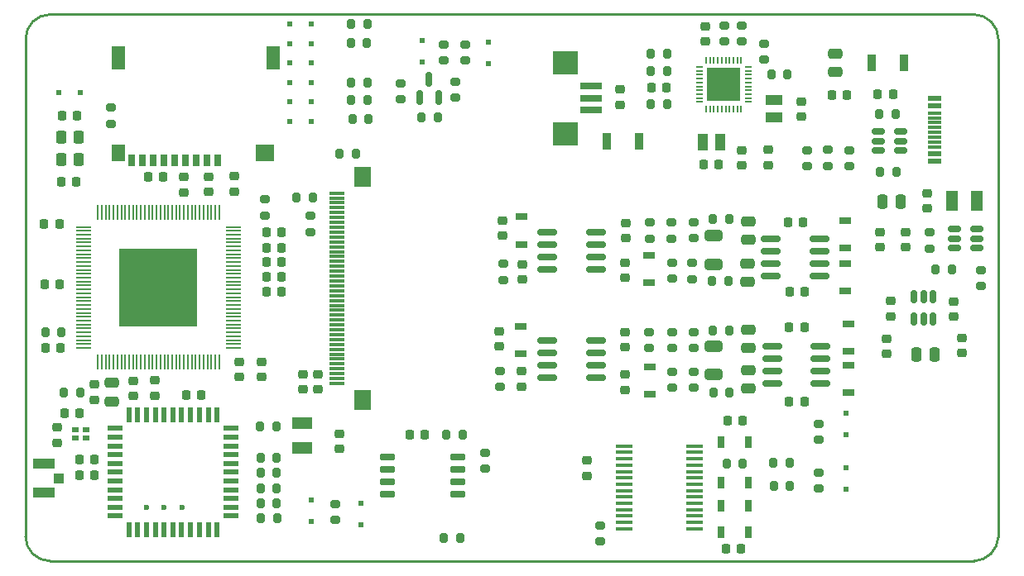
<source format=gbr>
%TF.GenerationSoftware,KiCad,Pcbnew,(6.0.4)*%
%TF.CreationDate,2023-04-20T20:53:16+03:00*%
%TF.ProjectId,mp3_test_board,6d70335f-7465-4737-945f-626f6172642e,rev?*%
%TF.SameCoordinates,Original*%
%TF.FileFunction,Paste,Bot*%
%TF.FilePolarity,Positive*%
%FSLAX46Y46*%
G04 Gerber Fmt 4.6, Leading zero omitted, Abs format (unit mm)*
G04 Created by KiCad (PCBNEW (6.0.4)) date 2023-04-20 20:53:16*
%MOMM*%
%LPD*%
G01*
G04 APERTURE LIST*
G04 Aperture macros list*
%AMRoundRect*
0 Rectangle with rounded corners*
0 $1 Rounding radius*
0 $2 $3 $4 $5 $6 $7 $8 $9 X,Y pos of 4 corners*
0 Add a 4 corners polygon primitive as box body*
4,1,4,$2,$3,$4,$5,$6,$7,$8,$9,$2,$3,0*
0 Add four circle primitives for the rounded corners*
1,1,$1+$1,$2,$3*
1,1,$1+$1,$4,$5*
1,1,$1+$1,$6,$7*
1,1,$1+$1,$8,$9*
0 Add four rect primitives between the rounded corners*
20,1,$1+$1,$2,$3,$4,$5,0*
20,1,$1+$1,$4,$5,$6,$7,0*
20,1,$1+$1,$6,$7,$8,$9,0*
20,1,$1+$1,$8,$9,$2,$3,0*%
G04 Aperture macros list end*
%TA.AperFunction,Profile*%
%ADD10C,0.250000*%
%TD*%
%ADD11R,1.500000X0.300000*%
%ADD12R,1.700000X2.000000*%
%ADD13RoundRect,0.225000X0.250000X-0.225000X0.250000X0.225000X-0.250000X0.225000X-0.250000X-0.225000X0*%
%ADD14RoundRect,0.200000X-0.200000X-0.275000X0.200000X-0.275000X0.200000X0.275000X-0.200000X0.275000X0*%
%ADD15RoundRect,0.225000X-0.225000X-0.250000X0.225000X-0.250000X0.225000X0.250000X-0.225000X0.250000X0*%
%ADD16RoundRect,0.200000X0.275000X-0.200000X0.275000X0.200000X-0.275000X0.200000X-0.275000X-0.200000X0*%
%ADD17R,1.770000X1.100000*%
%ADD18R,0.500000X0.500000*%
%ADD19RoundRect,0.225000X0.225000X0.250000X-0.225000X0.250000X-0.225000X-0.250000X0.225000X-0.250000X0*%
%ADD20RoundRect,0.200000X0.200000X0.275000X-0.200000X0.275000X-0.200000X-0.275000X0.200000X-0.275000X0*%
%ADD21RoundRect,0.250000X0.650000X-0.325000X0.650000X0.325000X-0.650000X0.325000X-0.650000X-0.325000X0*%
%ADD22RoundRect,0.250000X0.250000X0.475000X-0.250000X0.475000X-0.250000X-0.475000X0.250000X-0.475000X0*%
%ADD23R,1.200000X0.800000*%
%ADD24RoundRect,0.250000X0.475000X-0.250000X0.475000X0.250000X-0.475000X0.250000X-0.475000X-0.250000X0*%
%ADD25RoundRect,0.200000X-0.275000X0.200000X-0.275000X-0.200000X0.275000X-0.200000X0.275000X0.200000X0*%
%ADD26R,0.800000X1.200000*%
%ADD27R,2.200000X1.050000*%
%ADD28R,1.050000X1.000000*%
%ADD29RoundRect,0.225000X-0.250000X0.225000X-0.250000X-0.225000X0.250000X-0.225000X0.250000X0.225000X0*%
%ADD30RoundRect,0.150000X-0.512500X-0.150000X0.512500X-0.150000X0.512500X0.150000X-0.512500X0.150000X0*%
%ADD31RoundRect,0.150000X0.650000X0.150000X-0.650000X0.150000X-0.650000X-0.150000X0.650000X-0.150000X0*%
%ADD32RoundRect,0.150000X-0.825000X-0.150000X0.825000X-0.150000X0.825000X0.150000X-0.825000X0.150000X0*%
%ADD33R,0.730000X0.600000*%
%ADD34R,2.000000X1.250000*%
%ADD35R,0.820000X1.820000*%
%ADD36R,8.000000X8.000000*%
%ADD37RoundRect,0.062500X-0.675000X0.062500X-0.675000X-0.062500X0.675000X-0.062500X0.675000X0.062500X0*%
%ADD38RoundRect,0.062500X-0.062500X0.675000X-0.062500X-0.675000X0.062500X-0.675000X0.062500X0.675000X0*%
%ADD39R,1.450000X0.600000*%
%ADD40R,1.450000X0.300000*%
%ADD41RoundRect,0.150000X0.150000X-0.512500X0.150000X0.512500X-0.150000X0.512500X-0.150000X-0.512500X0*%
%ADD42RoundRect,0.150000X0.150000X-0.587500X0.150000X0.587500X-0.150000X0.587500X-0.150000X-0.587500X0*%
%ADD43R,2.500000X2.350000*%
%ADD44R,2.200000X0.800000*%
%ADD45C,0.600000*%
%ADD46R,0.600000X1.500000*%
%ADD47R,1.500000X0.600000*%
%ADD48RoundRect,0.275000X-0.275000X0.375000X-0.275000X-0.375000X0.275000X-0.375000X0.275000X0.375000X0*%
%ADD49R,0.700000X1.300000*%
%ADD50R,1.447800X2.438400*%
%ADD51R,1.854200X1.651000*%
%ADD52R,1.447800X1.651000*%
%ADD53O,0.200000X0.800000*%
%ADD54O,0.800000X0.200000*%
%ADD55R,3.400000X3.400000*%
%ADD56R,1.750000X0.450000*%
%ADD57RoundRect,0.150000X0.512500X0.150000X-0.512500X0.150000X-0.512500X-0.150000X0.512500X-0.150000X0*%
%ADD58R,1.250000X2.000000*%
%ADD59R,1.100000X1.770000*%
G04 APERTURE END LIST*
D10*
X173467769Y-99232295D02*
G75*
G03*
X175960000Y-96750000I-93569J2586195D01*
G01*
X175960001Y-45750000D02*
G75*
G03*
X173467767Y-43232233I-2528101J-10100D01*
G01*
X78967767Y-43232167D02*
G75*
G03*
X76467767Y-45732233I33J-2500033D01*
G01*
X76467767Y-45732233D02*
X76467767Y-96732233D01*
X78967767Y-99232233D02*
X173467767Y-99232233D01*
X175960000Y-96750000D02*
X175960000Y-45750000D01*
X173467767Y-43232233D02*
X78967767Y-43232233D01*
X76467767Y-96732233D02*
G75*
G03*
X78967767Y-99232233I2500033J33D01*
G01*
D11*
%TO.C,P1*%
X108305936Y-81036943D03*
X108305936Y-80536943D03*
X108305936Y-80036943D03*
X108305936Y-79536943D03*
X108305936Y-79036943D03*
X108305936Y-78536943D03*
X108305936Y-78036943D03*
X108305936Y-77536943D03*
X108305936Y-77036943D03*
X108305936Y-76536943D03*
X108305936Y-76036943D03*
X108305936Y-75536943D03*
X108305936Y-75036943D03*
X108305936Y-74536943D03*
X108305936Y-74036943D03*
X108305936Y-73536943D03*
X108305936Y-73036943D03*
X108305936Y-72536943D03*
X108305936Y-72036943D03*
X108305936Y-71536943D03*
X108305936Y-71036943D03*
X108305936Y-70536943D03*
X108305936Y-70036943D03*
X108305936Y-69536943D03*
X108305936Y-69036943D03*
X108305936Y-68536943D03*
X108305936Y-68036943D03*
X108305936Y-67536943D03*
X108305936Y-67036943D03*
X108305936Y-66536943D03*
X108305936Y-66036943D03*
X108305936Y-65536943D03*
X108305936Y-65036943D03*
X108305936Y-64536943D03*
X108305936Y-64036943D03*
X108305936Y-63536943D03*
X108305936Y-63036943D03*
X108305936Y-62536943D03*
X108305936Y-62036943D03*
X108305936Y-61536943D03*
D12*
X110905936Y-59836943D03*
X110905936Y-82736943D03*
%TD*%
D13*
%TO.C,C18*%
X98321747Y-78798555D03*
X98321747Y-80348555D03*
%TD*%
D14*
%TO.C,R38*%
X148335000Y-70510000D03*
X146685000Y-70510000D03*
%TD*%
D15*
%TO.C,C35*%
X156157700Y-71653938D03*
X154607700Y-71653938D03*
%TD*%
D16*
%TO.C,R13*%
X160722700Y-57138938D03*
X160722700Y-58788938D03*
%TD*%
D17*
%TO.C,L2*%
X152985000Y-51995000D03*
X152985000Y-53765000D03*
%TD*%
D18*
%TO.C,D6*%
X103450000Y-52200000D03*
X105650000Y-52200000D03*
%TD*%
D15*
%TO.C,C14*%
X102645000Y-70120000D03*
X101095000Y-70120000D03*
%TD*%
%TO.C,C12*%
X102645000Y-67120000D03*
X101095000Y-67120000D03*
%TD*%
D19*
%TO.C,C17*%
X78415000Y-70850000D03*
X79965000Y-70850000D03*
%TD*%
D20*
%TO.C,R62*%
X100476747Y-88653555D03*
X102126747Y-88653555D03*
%TD*%
D14*
%TO.C,R37*%
X148425000Y-64190000D03*
X146775000Y-64190000D03*
%TD*%
D21*
%TO.C,C48*%
X146820000Y-77195000D03*
X146820000Y-80145000D03*
%TD*%
D20*
%TO.C,R20*%
X163775000Y-53400000D03*
X165425000Y-53400000D03*
%TD*%
D22*
%TO.C,FB3*%
X164102700Y-62383938D03*
X166002700Y-62383938D03*
%TD*%
D18*
%TO.C,D9*%
X160350000Y-91900000D03*
X160350000Y-89700000D03*
%TD*%
D23*
%TO.C,C54*%
X160300000Y-64375000D03*
X160300000Y-67175000D03*
%TD*%
D16*
%TO.C,R33*%
X144790000Y-64525000D03*
X144790000Y-66175000D03*
%TD*%
D24*
%TO.C,C52*%
X150400000Y-79650000D03*
X150400000Y-81550000D03*
%TD*%
D25*
%TO.C,R12*%
X158532700Y-58758938D03*
X158532700Y-57108938D03*
%TD*%
D26*
%TO.C,C31*%
X150407700Y-91178938D03*
X147607700Y-91178938D03*
%TD*%
D20*
%TO.C,R56*%
X109705000Y-46150000D03*
X111355000Y-46150000D03*
%TD*%
%TO.C,R43*%
X140435000Y-49050000D03*
X142085000Y-49050000D03*
%TD*%
D15*
%TO.C,C13*%
X102645000Y-68620000D03*
X101095000Y-68620000D03*
%TD*%
D13*
%TO.C,C20*%
X137782700Y-80128938D03*
X137782700Y-81678938D03*
%TD*%
D27*
%TO.C,RF1*%
X78321747Y-89263555D03*
X78321747Y-92203555D03*
D28*
X79841747Y-90733555D03*
%TD*%
D19*
%TO.C,C56*%
X81986747Y-88833555D03*
X83536747Y-88833555D03*
%TD*%
D16*
%TO.C,R30*%
X142600000Y-79850000D03*
X142600000Y-81500000D03*
%TD*%
D23*
%TO.C,C29*%
X140200000Y-70675000D03*
X140200000Y-67875000D03*
%TD*%
%TO.C,C53*%
X160300000Y-68775000D03*
X160300000Y-71575000D03*
%TD*%
D20*
%TO.C,R45*%
X140435000Y-47250000D03*
X142085000Y-47250000D03*
%TD*%
D16*
%TO.C,R23*%
X135230400Y-95587876D03*
X135230400Y-97237876D03*
%TD*%
%TO.C,R36*%
X144800000Y-79850000D03*
X144800000Y-81500000D03*
%TD*%
%TO.C,R21*%
X123471747Y-88113555D03*
X123471747Y-89763555D03*
%TD*%
D29*
%TO.C,C2*%
X104821747Y-81648555D03*
X104821747Y-80098555D03*
%TD*%
D24*
%TO.C,C49*%
X150420000Y-64410000D03*
X150420000Y-66310000D03*
%TD*%
D13*
%TO.C,C4*%
X92652700Y-59908938D03*
X92652700Y-61458938D03*
%TD*%
D30*
%TO.C,U2*%
X165937500Y-57150000D03*
X165937500Y-56200000D03*
X165937500Y-55250000D03*
X163662500Y-55250000D03*
X163662500Y-56200000D03*
X163662500Y-57150000D03*
%TD*%
D29*
%TO.C,C19*%
X89681747Y-82278555D03*
X89681747Y-80728555D03*
%TD*%
D21*
%TO.C,C47*%
X146795000Y-65900000D03*
X146795000Y-68850000D03*
%TD*%
D18*
%TO.C,D4*%
X103450000Y-48200000D03*
X105650000Y-48200000D03*
%TD*%
D16*
%TO.C,R3*%
X105590000Y-63875000D03*
X105590000Y-65525000D03*
%TD*%
D31*
%TO.C,U3*%
X113501747Y-88563555D03*
X113501747Y-89833555D03*
X113501747Y-91103555D03*
X113501747Y-92373555D03*
X120701747Y-92373555D03*
X120701747Y-91103555D03*
X120701747Y-89833555D03*
X120701747Y-88563555D03*
%TD*%
D32*
%TO.C,U8*%
X152825000Y-81005000D03*
X152825000Y-79735000D03*
X152825000Y-78465000D03*
X152825000Y-77195000D03*
X157775000Y-77195000D03*
X157775000Y-78465000D03*
X157775000Y-79735000D03*
X157775000Y-81005000D03*
%TD*%
D13*
%TO.C,C61*%
X137300000Y-50925000D03*
X137300000Y-52475000D03*
%TD*%
D19*
%TO.C,C59*%
X81956747Y-90403555D03*
X83506747Y-90403555D03*
%TD*%
D23*
%TO.C,C30*%
X127200000Y-63975000D03*
X127200000Y-66775000D03*
%TD*%
D20*
%TO.C,R58*%
X100516747Y-91763555D03*
X102166747Y-91763555D03*
%TD*%
D18*
%TO.C,D2*%
X103450000Y-44200000D03*
X105650000Y-44200000D03*
%TD*%
D13*
%TO.C,C70*%
X164952700Y-72588938D03*
X164952700Y-74138938D03*
%TD*%
D29*
%TO.C,C68*%
X152405000Y-58645000D03*
X152405000Y-57095000D03*
%TD*%
D20*
%TO.C,R2*%
X116957500Y-53800000D03*
X118607500Y-53800000D03*
%TD*%
D33*
%TO.C,Y2*%
X81581747Y-86593555D03*
X82681747Y-86593555D03*
X82681747Y-85793555D03*
X81581747Y-85793555D03*
%TD*%
D16*
%TO.C,R11*%
X156422700Y-57118938D03*
X156422700Y-58768938D03*
%TD*%
D34*
%TO.C,L1*%
X104711747Y-87658555D03*
X104711747Y-85108555D03*
%TD*%
D16*
%TO.C,R34*%
X144625000Y-68715000D03*
X144625000Y-70365000D03*
%TD*%
D22*
%TO.C,FB2*%
X167532700Y-78073938D03*
X169432700Y-78073938D03*
%TD*%
D29*
%TO.C,C34*%
X124932700Y-77228938D03*
X124932700Y-75678938D03*
%TD*%
D15*
%TO.C,C6*%
X81735000Y-53610000D03*
X80185000Y-53610000D03*
%TD*%
D25*
%TO.C,R7*%
X108161747Y-95033555D03*
X108161747Y-93383555D03*
%TD*%
D16*
%TO.C,R22*%
X85200000Y-52775000D03*
X85200000Y-54425000D03*
%TD*%
D15*
%TO.C,C15*%
X102645000Y-71620000D03*
X101095000Y-71620000D03*
%TD*%
D20*
%TO.C,R17*%
X119496747Y-86278555D03*
X121146747Y-86278555D03*
%TD*%
D15*
%TO.C,C55*%
X156107700Y-75253938D03*
X154557700Y-75253938D03*
%TD*%
D20*
%TO.C,R9*%
X152987700Y-91533938D03*
X154637700Y-91533938D03*
%TD*%
%TO.C,R60*%
X100516747Y-90203555D03*
X102166747Y-90203555D03*
%TD*%
D23*
%TO.C,C58*%
X160600000Y-74900000D03*
X160600000Y-77700000D03*
%TD*%
D19*
%TO.C,C10*%
X78355000Y-64730000D03*
X79905000Y-64730000D03*
%TD*%
D16*
%TO.C,R4*%
X120432500Y-50095000D03*
X120432500Y-51745000D03*
%TD*%
D20*
%TO.C,R15*%
X109775000Y-52000000D03*
X111425000Y-52000000D03*
%TD*%
D24*
%TO.C,C51*%
X150400000Y-75525000D03*
X150400000Y-77425000D03*
%TD*%
D15*
%TO.C,C77*%
X82018382Y-84044456D03*
X80468382Y-84044456D03*
%TD*%
D16*
%TO.C,R32*%
X142600000Y-68650000D03*
X142600000Y-70300000D03*
%TD*%
D14*
%TO.C,R6*%
X120896747Y-96908555D03*
X119246747Y-96908555D03*
%TD*%
D25*
%TO.C,R55*%
X149750000Y-46025000D03*
X149750000Y-44375000D03*
%TD*%
D19*
%TO.C,C25*%
X163625000Y-51400000D03*
X165175000Y-51400000D03*
%TD*%
D20*
%TO.C,R65*%
X100466747Y-85473555D03*
X102116747Y-85473555D03*
%TD*%
D25*
%TO.C,R54*%
X147950000Y-46025000D03*
X147950000Y-44375000D03*
%TD*%
D18*
%TO.C,D1*%
X110780000Y-95490000D03*
X110780000Y-93290000D03*
%TD*%
D13*
%TO.C,C8*%
X95202700Y-59858938D03*
X95202700Y-61408938D03*
%TD*%
D14*
%TO.C,R49*%
X154375000Y-49400000D03*
X152725000Y-49400000D03*
%TD*%
D25*
%TO.C,R52*%
X119240000Y-47965000D03*
X119240000Y-46315000D03*
%TD*%
D20*
%TO.C,R53*%
X104175000Y-62000000D03*
X105825000Y-62000000D03*
%TD*%
%TO.C,R14*%
X109895000Y-53930000D03*
X111545000Y-53930000D03*
%TD*%
D35*
%TO.C,F2*%
X139200000Y-56200000D03*
X135900000Y-56200000D03*
%TD*%
D25*
%TO.C,R31*%
X142545000Y-66200000D03*
X142545000Y-64550000D03*
%TD*%
D26*
%TO.C,C38*%
X150407700Y-96278938D03*
X147607700Y-96278938D03*
%TD*%
D15*
%TO.C,C11*%
X102635000Y-65520000D03*
X101085000Y-65520000D03*
%TD*%
D14*
%TO.C,R10*%
X154605000Y-89190000D03*
X152955000Y-89190000D03*
%TD*%
D24*
%TO.C,FB4*%
X85260000Y-80970000D03*
X85260000Y-82870000D03*
%TD*%
D16*
%TO.C,R1*%
X114792500Y-50272500D03*
X114792500Y-51922500D03*
%TD*%
D29*
%TO.C,C64*%
X155800000Y-53695000D03*
X155800000Y-52145000D03*
%TD*%
%TO.C,C44*%
X137895000Y-66150000D03*
X137895000Y-64600000D03*
%TD*%
D19*
%TO.C,C27*%
X89017700Y-59893938D03*
X90567700Y-59893938D03*
%TD*%
%TO.C,C66*%
X92896747Y-82210000D03*
X94446747Y-82210000D03*
%TD*%
D13*
%TO.C,C60*%
X108550000Y-86185000D03*
X108550000Y-87735000D03*
%TD*%
D29*
%TO.C,C42*%
X127200000Y-81350000D03*
X127200000Y-79800000D03*
%TD*%
D26*
%TO.C,C36*%
X150407700Y-87078938D03*
X147607700Y-87078938D03*
%TD*%
D36*
%TO.C,U1*%
X90060000Y-71200000D03*
D37*
X82397500Y-65000000D03*
X82397500Y-65400000D03*
X82397500Y-65800000D03*
X82397500Y-66200000D03*
X82397500Y-66600000D03*
X82397500Y-67000000D03*
X82397500Y-67400000D03*
X82397500Y-67800000D03*
X82397500Y-68200000D03*
X82397500Y-68600000D03*
X82397500Y-69000000D03*
X82397500Y-69400000D03*
X82397500Y-69800000D03*
X82397500Y-70200000D03*
X82397500Y-70600000D03*
X82397500Y-71000000D03*
X82397500Y-71400000D03*
X82397500Y-71800000D03*
X82397500Y-72200000D03*
X82397500Y-72600000D03*
X82397500Y-73000000D03*
X82397500Y-73400000D03*
X82397500Y-73800000D03*
X82397500Y-74200000D03*
X82397500Y-74600000D03*
X82397500Y-75000000D03*
X82397500Y-75400000D03*
X82397500Y-75800000D03*
X82397500Y-76200000D03*
X82397500Y-76600000D03*
X82397500Y-77000000D03*
X82397500Y-77400000D03*
D38*
X83860000Y-78862500D03*
X84260000Y-78862500D03*
X84660000Y-78862500D03*
X85060000Y-78862500D03*
X85460000Y-78862500D03*
X85860000Y-78862500D03*
X86260000Y-78862500D03*
X86660000Y-78862500D03*
X87060000Y-78862500D03*
X87460000Y-78862500D03*
X87860000Y-78862500D03*
X88260000Y-78862500D03*
X88660000Y-78862500D03*
X89060000Y-78862500D03*
X89460000Y-78862500D03*
X89860000Y-78862500D03*
X90260000Y-78862500D03*
X90660000Y-78862500D03*
X91060000Y-78862500D03*
X91460000Y-78862500D03*
X91860000Y-78862500D03*
X92260000Y-78862500D03*
X92660000Y-78862500D03*
X93060000Y-78862500D03*
X93460000Y-78862500D03*
X93860000Y-78862500D03*
X94260000Y-78862500D03*
X94660000Y-78862500D03*
X95060000Y-78862500D03*
X95460000Y-78862500D03*
X95860000Y-78862500D03*
X96260000Y-78862500D03*
D37*
X97722500Y-77400000D03*
X97722500Y-77000000D03*
X97722500Y-76600000D03*
X97722500Y-76200000D03*
X97722500Y-75800000D03*
X97722500Y-75400000D03*
X97722500Y-75000000D03*
X97722500Y-74600000D03*
X97722500Y-74200000D03*
X97722500Y-73800000D03*
X97722500Y-73400000D03*
X97722500Y-73000000D03*
X97722500Y-72600000D03*
X97722500Y-72200000D03*
X97722500Y-71800000D03*
X97722500Y-71400000D03*
X97722500Y-71000000D03*
X97722500Y-70600000D03*
X97722500Y-70200000D03*
X97722500Y-69800000D03*
X97722500Y-69400000D03*
X97722500Y-69000000D03*
X97722500Y-68600000D03*
X97722500Y-68200000D03*
X97722500Y-67800000D03*
X97722500Y-67400000D03*
X97722500Y-67000000D03*
X97722500Y-66600000D03*
X97722500Y-66200000D03*
X97722500Y-65800000D03*
X97722500Y-65400000D03*
X97722500Y-65000000D03*
D38*
X96260000Y-63537500D03*
X95860000Y-63537500D03*
X95460000Y-63537500D03*
X95060000Y-63537500D03*
X94660000Y-63537500D03*
X94260000Y-63537500D03*
X93860000Y-63537500D03*
X93460000Y-63537500D03*
X93060000Y-63537500D03*
X92660000Y-63537500D03*
X92260000Y-63537500D03*
X91860000Y-63537500D03*
X91460000Y-63537500D03*
X91060000Y-63537500D03*
X90660000Y-63537500D03*
X90260000Y-63537500D03*
X89860000Y-63537500D03*
X89460000Y-63537500D03*
X89060000Y-63537500D03*
X88660000Y-63537500D03*
X88260000Y-63537500D03*
X87860000Y-63537500D03*
X87460000Y-63537500D03*
X87060000Y-63537500D03*
X86660000Y-63537500D03*
X86260000Y-63537500D03*
X85860000Y-63537500D03*
X85460000Y-63537500D03*
X85060000Y-63537500D03*
X84660000Y-63537500D03*
X84260000Y-63537500D03*
X83860000Y-63537500D03*
%TD*%
D39*
%TO.C,P2*%
X169410000Y-51845000D03*
X169410000Y-52620000D03*
D40*
X169410000Y-53820000D03*
X169410000Y-54820000D03*
X169410000Y-55320000D03*
X169410000Y-56320000D03*
X169410000Y-56820000D03*
X169410000Y-55820000D03*
X169410000Y-54320000D03*
X169410000Y-53320000D03*
D39*
X169410000Y-57520000D03*
X169410000Y-58295000D03*
%TD*%
D13*
%TO.C,C9*%
X97832700Y-59818938D03*
X97832700Y-61368938D03*
%TD*%
D14*
%TO.C,R63*%
X102196747Y-94833555D03*
X100546747Y-94833555D03*
%TD*%
D32*
%TO.C,U7*%
X152680000Y-70045000D03*
X152680000Y-68775000D03*
X152680000Y-67505000D03*
X152680000Y-66235000D03*
X157630000Y-66235000D03*
X157630000Y-67505000D03*
X157630000Y-68775000D03*
X157630000Y-70045000D03*
%TD*%
D19*
%TO.C,C3*%
X78485000Y-77420000D03*
X80035000Y-77420000D03*
%TD*%
D14*
%TO.C,R48*%
X171187700Y-69313938D03*
X169537700Y-69313938D03*
%TD*%
D16*
%TO.C,R50*%
X151960000Y-46215000D03*
X151960000Y-47865000D03*
%TD*%
D19*
%TO.C,C26*%
X115746747Y-86308555D03*
X117296747Y-86308555D03*
%TD*%
D18*
%TO.C,D10*%
X160350000Y-84100000D03*
X160350000Y-86300000D03*
%TD*%
D29*
%TO.C,C67*%
X149735000Y-58675000D03*
X149735000Y-57125000D03*
%TD*%
D26*
%TO.C,C37*%
X150410000Y-93550000D03*
X147610000Y-93550000D03*
%TD*%
D19*
%TO.C,C62*%
X140485000Y-50750000D03*
X142035000Y-50750000D03*
%TD*%
D25*
%TO.C,R26*%
X125000000Y-81400000D03*
X125000000Y-79750000D03*
%TD*%
%TO.C,R41*%
X157550000Y-86825000D03*
X157550000Y-85175000D03*
%TD*%
D14*
%TO.C,R5*%
X80115000Y-75770000D03*
X78465000Y-75770000D03*
%TD*%
D15*
%TO.C,C65*%
X147375000Y-58600000D03*
X145825000Y-58600000D03*
%TD*%
D18*
%TO.C,D13*%
X123800000Y-46100000D03*
X123800000Y-48300000D03*
%TD*%
D41*
%TO.C,U11*%
X169250000Y-72162500D03*
X168300000Y-72162500D03*
X167350000Y-72162500D03*
X167350000Y-74437500D03*
X168300000Y-74437500D03*
X169250000Y-74437500D03*
%TD*%
D14*
%TO.C,R44*%
X142085000Y-52450000D03*
X140435000Y-52450000D03*
%TD*%
D15*
%TO.C,C45*%
X156015000Y-64560000D03*
X154465000Y-64560000D03*
%TD*%
D20*
%TO.C,R59*%
X100516747Y-93323555D03*
X102166747Y-93323555D03*
%TD*%
D18*
%TO.C,D8*%
X82100000Y-51200000D03*
X79900000Y-51200000D03*
%TD*%
%TO.C,D7*%
X103450000Y-54200000D03*
X105650000Y-54200000D03*
%TD*%
D25*
%TO.C,R27*%
X140200000Y-77400000D03*
X140200000Y-75750000D03*
%TD*%
D42*
%TO.C,Q1*%
X117742500Y-49882500D03*
X116792500Y-51757500D03*
X118692500Y-51757500D03*
%TD*%
D43*
%TO.C,D11*%
X131700000Y-48170000D03*
X131700000Y-55430000D03*
D44*
X134300000Y-50550000D03*
X134300000Y-51800000D03*
X134300000Y-53050000D03*
%TD*%
D18*
%TO.C,D14*%
X117000000Y-45900000D03*
X117000000Y-48100000D03*
%TD*%
D29*
%TO.C,C23*%
X87491747Y-82328555D03*
X87491747Y-80778555D03*
%TD*%
D14*
%TO.C,R39*%
X148425000Y-75610000D03*
X146775000Y-75610000D03*
%TD*%
D16*
%TO.C,R47*%
X168900000Y-65575000D03*
X168900000Y-67225000D03*
%TD*%
D15*
%TO.C,C5*%
X81667700Y-60413938D03*
X80117700Y-60413938D03*
%TD*%
D20*
%TO.C,R18*%
X108565000Y-57500000D03*
X110215000Y-57500000D03*
%TD*%
D25*
%TO.C,R29*%
X142600000Y-77400000D03*
X142600000Y-75750000D03*
%TD*%
D45*
%TO.C,U12*%
X92441747Y-93733555D03*
X90641747Y-93733555D03*
X88841747Y-93733555D03*
D46*
X87041747Y-96013555D03*
X87931747Y-96013555D03*
X88851747Y-96013555D03*
X89741747Y-96013555D03*
X90651747Y-96013555D03*
X91541747Y-96013555D03*
X92431747Y-96013555D03*
X93341747Y-96013555D03*
X94231747Y-96013555D03*
X95151747Y-96013555D03*
X96041747Y-96013555D03*
D47*
X97431747Y-94623555D03*
X97431747Y-93733555D03*
X97431747Y-92813555D03*
X97431747Y-91923555D03*
X97431747Y-91013555D03*
X97431747Y-90123555D03*
X97431747Y-89233555D03*
X97431747Y-88323555D03*
X97431747Y-87433555D03*
X97431747Y-86513555D03*
X97431747Y-85623555D03*
D46*
X96041747Y-84233555D03*
X95151747Y-84233555D03*
X94231747Y-84233555D03*
X93341747Y-84233555D03*
X92431747Y-84233555D03*
X91541747Y-84233555D03*
X90651747Y-84233555D03*
X89741747Y-84233555D03*
X88851747Y-84233555D03*
X87931747Y-84233555D03*
X87041747Y-84233555D03*
D47*
X85651747Y-85623555D03*
X85651747Y-86513555D03*
X85651747Y-87433555D03*
X85651747Y-88323555D03*
X85651747Y-89233555D03*
X85651747Y-90123555D03*
X85651747Y-91013555D03*
X85651747Y-91923555D03*
X85651747Y-92813555D03*
X85651747Y-93733555D03*
X85651747Y-94623555D03*
%TD*%
D35*
%TO.C,F1*%
X166340000Y-48170000D03*
X163040000Y-48170000D03*
%TD*%
D20*
%TO.C,R19*%
X163875000Y-59400000D03*
X165525000Y-59400000D03*
%TD*%
D25*
%TO.C,R28*%
X140345000Y-66200000D03*
X140345000Y-64550000D03*
%TD*%
D29*
%TO.C,C16*%
X125232700Y-65878938D03*
X125232700Y-64328938D03*
%TD*%
D16*
%TO.C,R51*%
X121390000Y-46285000D03*
X121390000Y-47935000D03*
%TD*%
D32*
%TO.C,U5*%
X134770000Y-69395000D03*
X134770000Y-68125000D03*
X134770000Y-66855000D03*
X134770000Y-65585000D03*
X129820000Y-65585000D03*
X129820000Y-66855000D03*
X129820000Y-68125000D03*
X129820000Y-69395000D03*
%TD*%
D15*
%TO.C,C46*%
X156107700Y-82903938D03*
X154557700Y-82903938D03*
%TD*%
D14*
%TO.C,R24*%
X149832700Y-89278938D03*
X148182700Y-89278938D03*
%TD*%
D24*
%TO.C,FB1*%
X159282700Y-47253938D03*
X159282700Y-49153938D03*
%TD*%
D48*
%TO.C,Y1*%
X81898977Y-55788457D03*
X81898977Y-58088457D03*
X80098977Y-58088457D03*
X80098977Y-55788457D03*
%TD*%
D18*
%TO.C,D12*%
X105680000Y-92970000D03*
X105680000Y-95170000D03*
%TD*%
D49*
%TO.C,J1*%
X96152500Y-58152738D03*
X95052500Y-58152738D03*
X93952500Y-58152738D03*
X92852500Y-58152738D03*
X91752500Y-58152738D03*
X90652500Y-58152738D03*
X89552500Y-58152738D03*
X88452500Y-58152738D03*
X87352500Y-58152738D03*
D50*
X101758900Y-47678938D03*
D51*
X100983900Y-57378938D03*
D52*
X85934100Y-57378938D03*
D50*
X85934100Y-47678938D03*
%TD*%
D25*
%TO.C,R8*%
X100910000Y-63825000D03*
X100910000Y-62175000D03*
%TD*%
D15*
%TO.C,C33*%
X149665400Y-97962876D03*
X148115400Y-97962876D03*
%TD*%
D23*
%TO.C,C39*%
X140300000Y-82175000D03*
X140300000Y-79375000D03*
%TD*%
D14*
%TO.C,R40*%
X148475000Y-81950000D03*
X146825000Y-81950000D03*
%TD*%
D20*
%TO.C,R16*%
X109775000Y-50200000D03*
X111425000Y-50200000D03*
%TD*%
D13*
%TO.C,C74*%
X164500000Y-76425000D03*
X164500000Y-77975000D03*
%TD*%
D32*
%TO.C,U6*%
X134775000Y-80480000D03*
X134775000Y-79210000D03*
X134775000Y-77940000D03*
X134775000Y-76670000D03*
X129825000Y-76670000D03*
X129825000Y-77940000D03*
X129825000Y-79210000D03*
X129825000Y-80480000D03*
%TD*%
D13*
%TO.C,C72*%
X172252700Y-76348938D03*
X172252700Y-77898938D03*
%TD*%
D29*
%TO.C,C76*%
X79720000Y-87115000D03*
X79720000Y-85565000D03*
%TD*%
%TO.C,C75*%
X163810000Y-67075000D03*
X163810000Y-65525000D03*
%TD*%
D13*
%TO.C,C22*%
X83500685Y-81145000D03*
X83500685Y-82695000D03*
%TD*%
D29*
%TO.C,C28*%
X133870400Y-90497876D03*
X133870400Y-88947876D03*
%TD*%
D25*
%TO.C,R25*%
X125285000Y-70435000D03*
X125285000Y-68785000D03*
%TD*%
D15*
%TO.C,C24*%
X160477700Y-51473938D03*
X158927700Y-51473938D03*
%TD*%
D29*
%TO.C,C69*%
X168700000Y-63075000D03*
X168700000Y-61525000D03*
%TD*%
D13*
%TO.C,C7*%
X137732700Y-68678938D03*
X137732700Y-70228938D03*
%TD*%
D53*
%TO.C,U9*%
X146060000Y-47900000D03*
X146460000Y-47900000D03*
X146860000Y-47900000D03*
X147260000Y-47900000D03*
X147660000Y-47900000D03*
X148060000Y-47900000D03*
X148460000Y-47900000D03*
X148860000Y-47900000D03*
X149260000Y-47900000D03*
X149660000Y-47900000D03*
D54*
X150360000Y-48600000D03*
X150360000Y-49000000D03*
X150360000Y-49400000D03*
X150360000Y-49800000D03*
X150360000Y-50200000D03*
X150360000Y-50600000D03*
X150360000Y-51000000D03*
X150360000Y-51400000D03*
X150360000Y-51800000D03*
X150360000Y-52200000D03*
D53*
X149660000Y-52900000D03*
X149260000Y-52900000D03*
X148860000Y-52900000D03*
X148460000Y-52900000D03*
X148060000Y-52900000D03*
X147660000Y-52900000D03*
X147260000Y-52900000D03*
X146860000Y-52900000D03*
X146460000Y-52900000D03*
X146060000Y-52900000D03*
D54*
X145360000Y-52200000D03*
X145360000Y-51800000D03*
X145360000Y-51400000D03*
X145360000Y-51000000D03*
X145360000Y-50600000D03*
X145360000Y-50200000D03*
X145360000Y-49800000D03*
X145360000Y-49400000D03*
X145360000Y-49000000D03*
X145360000Y-48600000D03*
D55*
X147860000Y-50400000D03*
%TD*%
D56*
%TO.C,U4*%
X144857700Y-95903938D03*
X144857700Y-95253938D03*
X144857700Y-94603938D03*
X144857700Y-93953938D03*
X144857700Y-93303938D03*
X144857700Y-92653938D03*
X144857700Y-92003938D03*
X144857700Y-91353938D03*
X144857700Y-90703938D03*
X144857700Y-90053938D03*
X144857700Y-89403938D03*
X144857700Y-88753938D03*
X144857700Y-88103938D03*
X144857700Y-87453938D03*
X137657700Y-87453938D03*
X137657700Y-88103938D03*
X137657700Y-88753938D03*
X137657700Y-89403938D03*
X137657700Y-90053938D03*
X137657700Y-90703938D03*
X137657700Y-91353938D03*
X137657700Y-92003938D03*
X137657700Y-92653938D03*
X137657700Y-93303938D03*
X137657700Y-93953938D03*
X137657700Y-94603938D03*
X137657700Y-95253938D03*
X137657700Y-95903938D03*
%TD*%
D57*
%TO.C,U10*%
X171472500Y-65242500D03*
X171472500Y-66192500D03*
X171472500Y-67142500D03*
X173747500Y-67142500D03*
X173747500Y-66192500D03*
X173747500Y-65242500D03*
%TD*%
D18*
%TO.C,D5*%
X103450000Y-50200000D03*
X105650000Y-50200000D03*
%TD*%
D29*
%TO.C,C43*%
X137800000Y-77350000D03*
X137800000Y-75800000D03*
%TD*%
%TO.C,C73*%
X166500000Y-67075000D03*
X166500000Y-65525000D03*
%TD*%
D25*
%TO.C,R42*%
X157550000Y-91825000D03*
X157550000Y-90175000D03*
%TD*%
D16*
%TO.C,R35*%
X144800000Y-75750000D03*
X144800000Y-77400000D03*
%TD*%
D58*
%TO.C,L4*%
X173785000Y-62292500D03*
X171235000Y-62292500D03*
%TD*%
D59*
%TO.C,L3*%
X145760000Y-56290000D03*
X147530000Y-56290000D03*
%TD*%
D29*
%TO.C,C1*%
X106401747Y-81648555D03*
X106401747Y-80098555D03*
%TD*%
D23*
%TO.C,C40*%
X127100000Y-75175000D03*
X127100000Y-77975000D03*
%TD*%
D20*
%TO.C,R64*%
X80389494Y-81964524D03*
X82039494Y-81964524D03*
%TD*%
D25*
%TO.C,R46*%
X174202700Y-71068938D03*
X174202700Y-69418938D03*
%TD*%
D29*
%TO.C,C71*%
X171400000Y-74175000D03*
X171400000Y-72625000D03*
%TD*%
D20*
%TO.C,R57*%
X109775000Y-44200000D03*
X111425000Y-44200000D03*
%TD*%
D18*
%TO.C,D3*%
X103450000Y-46200000D03*
X105650000Y-46200000D03*
%TD*%
D29*
%TO.C,C41*%
X127245000Y-70385000D03*
X127245000Y-68835000D03*
%TD*%
D24*
%TO.C,C50*%
X150335000Y-68730000D03*
X150335000Y-70630000D03*
%TD*%
D13*
%TO.C,C21*%
X100611747Y-78828555D03*
X100611747Y-80378555D03*
%TD*%
D29*
%TO.C,C63*%
X145950000Y-45975000D03*
X145950000Y-44425000D03*
%TD*%
D23*
%TO.C,C57*%
X160600000Y-79200000D03*
X160600000Y-82000000D03*
%TD*%
D15*
%TO.C,C32*%
X149782700Y-84878938D03*
X148232700Y-84878938D03*
%TD*%
M02*

</source>
